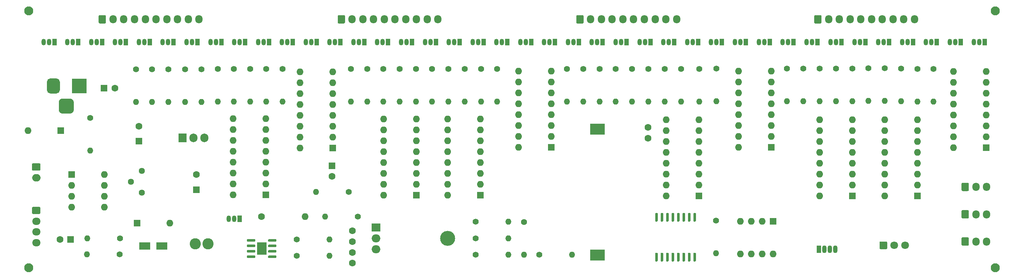
<source format=gbr>
%TF.GenerationSoftware,KiCad,Pcbnew,5.1.9+dfsg1-1+deb11u1*%
%TF.CreationDate,2023-01-26T22:17:51+08:00*%
%TF.ProjectId,OpenNixie,4f70656e-4e69-4786-9965-2e6b69636164,rev?*%
%TF.SameCoordinates,Original*%
%TF.FileFunction,Soldermask,Top*%
%TF.FilePolarity,Negative*%
%FSLAX46Y46*%
G04 Gerber Fmt 4.6, Leading zero omitted, Abs format (unit mm)*
G04 Created by KiCad (PCBNEW 5.1.9+dfsg1-1+deb11u1) date 2023-01-26 22:17:51*
%MOMM*%
%LPD*%
G01*
G04 APERTURE LIST*
%ADD10C,2.100000*%
%ADD11R,1.600000X1.600000*%
%ADD12O,1.600000X1.600000*%
%ADD13O,1.700000X1.950000*%
%ADD14O,1.950000X1.700000*%
%ADD15O,2.000000X1.700000*%
%ADD16C,1.600000*%
%ADD17O,3.500000X3.500000*%
%ADD18R,2.000000X1.905000*%
%ADD19O,2.000000X1.905000*%
%ADD20C,1.800000*%
%ADD21R,2.290000X3.000000*%
%ADD22R,1.905000X2.000000*%
%ADD23O,1.905000X2.000000*%
%ADD24C,1.440000*%
%ADD25O,1.400000X1.400000*%
%ADD26C,1.400000*%
%ADD27R,1.050000X1.500000*%
%ADD28O,1.050000X1.500000*%
%ADD29C,2.600000*%
%ADD30R,3.500000X3.500000*%
%ADD31O,1.070000X1.800000*%
%ADD32R,1.070000X1.800000*%
%ADD33R,2.500000X1.800000*%
%ADD34R,3.510000X2.540000*%
G04 APERTURE END LIST*
D10*
%TO.C,REF\u002A\u002A*%
X96900000Y-124400000D03*
%TD*%
%TO.C,REF\u002A\u002A*%
X96900000Y-184350000D03*
%TD*%
%TO.C,REF\u002A\u002A*%
X321900000Y-184350000D03*
%TD*%
%TO.C,REF\u002A\u002A*%
X321900000Y-124400000D03*
%TD*%
D11*
%TO.C,U14*%
X288650000Y-167600000D03*
D12*
X281030000Y-149820000D03*
X288650000Y-165060000D03*
X281030000Y-152360000D03*
X288650000Y-162520000D03*
X281030000Y-154900000D03*
X288650000Y-159980000D03*
X281030000Y-157440000D03*
X288650000Y-157440000D03*
X281030000Y-159980000D03*
X288650000Y-154900000D03*
X281030000Y-162520000D03*
X288650000Y-152360000D03*
X281030000Y-165060000D03*
X288650000Y-149820000D03*
X281030000Y-167600000D03*
%TD*%
D13*
%TO.C,J10*%
X303100000Y-126350000D03*
X300600000Y-126350000D03*
X298100000Y-126350000D03*
X295600000Y-126350000D03*
X293100000Y-126350000D03*
X290600000Y-126350000D03*
X288100000Y-126350000D03*
X285600000Y-126350000D03*
X283100000Y-126350000D03*
G36*
G01*
X279750000Y-127075000D02*
X279750000Y-125625000D01*
G75*
G02*
X280000000Y-125375000I250000J0D01*
G01*
X281200000Y-125375000D01*
G75*
G02*
X281450000Y-125625000I0J-250000D01*
G01*
X281450000Y-127075000D01*
G75*
G02*
X281200000Y-127325000I-250000J0D01*
G01*
X280000000Y-127325000D01*
G75*
G02*
X279750000Y-127075000I0J250000D01*
G01*
G37*
%TD*%
%TO.C,J9*%
X247700000Y-126350000D03*
X245200000Y-126350000D03*
X242700000Y-126350000D03*
X240200000Y-126350000D03*
X237700000Y-126350000D03*
X235200000Y-126350000D03*
X232700000Y-126350000D03*
X230200000Y-126350000D03*
X227700000Y-126350000D03*
G36*
G01*
X224350000Y-127075000D02*
X224350000Y-125625000D01*
G75*
G02*
X224600000Y-125375000I250000J0D01*
G01*
X225800000Y-125375000D01*
G75*
G02*
X226050000Y-125625000I0J-250000D01*
G01*
X226050000Y-127075000D01*
G75*
G02*
X225800000Y-127325000I-250000J0D01*
G01*
X224600000Y-127325000D01*
G75*
G02*
X224350000Y-127075000I0J250000D01*
G01*
G37*
%TD*%
%TO.C,J8*%
X192150000Y-126350000D03*
X189650000Y-126350000D03*
X187150000Y-126350000D03*
X184650000Y-126350000D03*
X182150000Y-126350000D03*
X179650000Y-126350000D03*
X177150000Y-126350000D03*
X174650000Y-126350000D03*
X172150000Y-126350000D03*
G36*
G01*
X168800000Y-127075000D02*
X168800000Y-125625000D01*
G75*
G02*
X169050000Y-125375000I250000J0D01*
G01*
X170250000Y-125375000D01*
G75*
G02*
X170500000Y-125625000I0J-250000D01*
G01*
X170500000Y-127075000D01*
G75*
G02*
X170250000Y-127325000I-250000J0D01*
G01*
X169050000Y-127325000D01*
G75*
G02*
X168800000Y-127075000I0J250000D01*
G01*
G37*
%TD*%
%TO.C,J7*%
X136500000Y-126350000D03*
X134000000Y-126350000D03*
X131500000Y-126350000D03*
X129000000Y-126350000D03*
X126500000Y-126350000D03*
X124000000Y-126350000D03*
X121500000Y-126350000D03*
X119000000Y-126350000D03*
X116500000Y-126350000D03*
G36*
G01*
X113150000Y-127075000D02*
X113150000Y-125625000D01*
G75*
G02*
X113400000Y-125375000I250000J0D01*
G01*
X114600000Y-125375000D01*
G75*
G02*
X114850000Y-125625000I0J-250000D01*
G01*
X114850000Y-127075000D01*
G75*
G02*
X114600000Y-127325000I-250000J0D01*
G01*
X113400000Y-127325000D01*
G75*
G02*
X113150000Y-127075000I0J250000D01*
G01*
G37*
%TD*%
%TO.C,J6*%
X319900000Y-178200000D03*
X317400000Y-178200000D03*
G36*
G01*
X314050000Y-178925000D02*
X314050000Y-177475000D01*
G75*
G02*
X314300000Y-177225000I250000J0D01*
G01*
X315500000Y-177225000D01*
G75*
G02*
X315750000Y-177475000I0J-250000D01*
G01*
X315750000Y-178925000D01*
G75*
G02*
X315500000Y-179175000I-250000J0D01*
G01*
X314300000Y-179175000D01*
G75*
G02*
X314050000Y-178925000I0J250000D01*
G01*
G37*
%TD*%
D14*
%TO.C,J5*%
X98600000Y-178450000D03*
X98600000Y-175950000D03*
X98600000Y-173450000D03*
G36*
G01*
X97875000Y-170100000D02*
X99325000Y-170100000D01*
G75*
G02*
X99575000Y-170350000I0J-250000D01*
G01*
X99575000Y-171550000D01*
G75*
G02*
X99325000Y-171800000I-250000J0D01*
G01*
X97875000Y-171800000D01*
G75*
G02*
X97625000Y-171550000I0J250000D01*
G01*
X97625000Y-170350000D01*
G75*
G02*
X97875000Y-170100000I250000J0D01*
G01*
G37*
%TD*%
D13*
%TO.C,J3*%
X319900000Y-165450000D03*
X317400000Y-165450000D03*
G36*
G01*
X314050000Y-166175000D02*
X314050000Y-164725000D01*
G75*
G02*
X314300000Y-164475000I250000J0D01*
G01*
X315500000Y-164475000D01*
G75*
G02*
X315750000Y-164725000I0J-250000D01*
G01*
X315750000Y-166175000D01*
G75*
G02*
X315500000Y-166425000I-250000J0D01*
G01*
X314300000Y-166425000D01*
G75*
G02*
X314050000Y-166175000I0J250000D01*
G01*
G37*
%TD*%
%TO.C,J2*%
X319900000Y-171850000D03*
X317400000Y-171850000D03*
G36*
G01*
X314050000Y-172575000D02*
X314050000Y-171125000D01*
G75*
G02*
X314300000Y-170875000I250000J0D01*
G01*
X315500000Y-170875000D01*
G75*
G02*
X315750000Y-171125000I0J-250000D01*
G01*
X315750000Y-172575000D01*
G75*
G02*
X315500000Y-172825000I-250000J0D01*
G01*
X314300000Y-172825000D01*
G75*
G02*
X314050000Y-172575000I0J250000D01*
G01*
G37*
%TD*%
D15*
%TO.C,J1*%
X98600000Y-163300000D03*
G36*
G01*
X97850000Y-159950000D02*
X99350000Y-159950000D01*
G75*
G02*
X99600000Y-160200000I0J-250000D01*
G01*
X99600000Y-161400000D01*
G75*
G02*
X99350000Y-161650000I-250000J0D01*
G01*
X97850000Y-161650000D01*
G75*
G02*
X97600000Y-161400000I0J250000D01*
G01*
X97600000Y-160200000D01*
G75*
G02*
X97850000Y-159950000I250000J0D01*
G01*
G37*
%TD*%
D16*
%TO.C,C6*%
X172250000Y-180750000D03*
X172250000Y-183250000D03*
%TD*%
D12*
%TO.C,U12*%
X262130000Y-156200000D03*
X269750000Y-138420000D03*
X262130000Y-153660000D03*
X269750000Y-140960000D03*
X262130000Y-151120000D03*
X269750000Y-143500000D03*
X262130000Y-148580000D03*
X269750000Y-146040000D03*
X262130000Y-146040000D03*
X269750000Y-148580000D03*
X262130000Y-143500000D03*
X269750000Y-151120000D03*
X262130000Y-140960000D03*
X269750000Y-153660000D03*
X262130000Y-138420000D03*
D11*
X269750000Y-156200000D03*
%TD*%
D12*
%TO.C,U7*%
X160030000Y-156350000D03*
X167650000Y-138570000D03*
X160030000Y-153810000D03*
X167650000Y-141110000D03*
X160030000Y-151270000D03*
X167650000Y-143650000D03*
X160030000Y-148730000D03*
X167650000Y-146190000D03*
X160030000Y-146190000D03*
X167650000Y-148730000D03*
X160030000Y-143650000D03*
X167650000Y-151270000D03*
X160030000Y-141110000D03*
X167650000Y-153810000D03*
X160030000Y-138570000D03*
D11*
X167650000Y-156350000D03*
%TD*%
D17*
%TO.C,Q2*%
X194360000Y-177490000D03*
D18*
X177700000Y-174950000D03*
D19*
X177700000Y-177490000D03*
X177700000Y-180030000D03*
%TD*%
D11*
%TO.C,U16*%
X303800000Y-167600000D03*
D12*
X296180000Y-149820000D03*
X303800000Y-165060000D03*
X296180000Y-152360000D03*
X303800000Y-162520000D03*
X296180000Y-154900000D03*
X303800000Y-159980000D03*
X296180000Y-157440000D03*
X303800000Y-157440000D03*
X296180000Y-159980000D03*
X303800000Y-154900000D03*
X296180000Y-162520000D03*
X303800000Y-152360000D03*
X296180000Y-165060000D03*
X303800000Y-149820000D03*
X296180000Y-167600000D03*
%TD*%
D11*
%TO.C,U15*%
X252900000Y-167550000D03*
D12*
X245280000Y-149770000D03*
X252900000Y-165010000D03*
X245280000Y-152310000D03*
X252900000Y-162470000D03*
X245280000Y-154850000D03*
X252900000Y-159930000D03*
X245280000Y-157390000D03*
X252900000Y-157390000D03*
X245280000Y-159930000D03*
X252900000Y-154850000D03*
X245280000Y-162470000D03*
X252900000Y-152310000D03*
X245280000Y-165010000D03*
X252900000Y-149770000D03*
X245280000Y-167550000D03*
%TD*%
%TO.C,U13*%
X312180000Y-156300000D03*
X319800000Y-138520000D03*
X312180000Y-153760000D03*
X319800000Y-141060000D03*
X312180000Y-151220000D03*
X319800000Y-143600000D03*
X312180000Y-148680000D03*
X319800000Y-146140000D03*
X312180000Y-146140000D03*
X319800000Y-148680000D03*
X312180000Y-143600000D03*
X319800000Y-151220000D03*
X312180000Y-141060000D03*
X319800000Y-153760000D03*
X312180000Y-138520000D03*
D11*
X319800000Y-156300000D03*
%TD*%
%TO.C,U11*%
X202050000Y-167400000D03*
D12*
X194430000Y-149620000D03*
X202050000Y-164860000D03*
X194430000Y-152160000D03*
X202050000Y-162320000D03*
X194430000Y-154700000D03*
X202050000Y-159780000D03*
X194430000Y-157240000D03*
X202050000Y-157240000D03*
X194430000Y-159780000D03*
X202050000Y-154700000D03*
X194430000Y-162320000D03*
X202050000Y-152160000D03*
X194430000Y-164860000D03*
X202050000Y-149620000D03*
X194430000Y-167400000D03*
%TD*%
D11*
%TO.C,U10*%
X152100000Y-167350000D03*
D12*
X144480000Y-149570000D03*
X152100000Y-164810000D03*
X144480000Y-152110000D03*
X152100000Y-162270000D03*
X144480000Y-154650000D03*
X152100000Y-159730000D03*
X144480000Y-157190000D03*
X152100000Y-157190000D03*
X144480000Y-159730000D03*
X152100000Y-154650000D03*
X144480000Y-162270000D03*
X152100000Y-152110000D03*
X144480000Y-164810000D03*
X152100000Y-149570000D03*
X144480000Y-167350000D03*
%TD*%
D11*
%TO.C,U9*%
X187100000Y-167400000D03*
D12*
X179480000Y-149620000D03*
X187100000Y-164860000D03*
X179480000Y-152160000D03*
X187100000Y-162320000D03*
X179480000Y-154700000D03*
X187100000Y-159780000D03*
X179480000Y-157240000D03*
X187100000Y-157240000D03*
X179480000Y-159780000D03*
X187100000Y-154700000D03*
X179480000Y-162320000D03*
X187100000Y-152160000D03*
X179480000Y-164860000D03*
X187100000Y-149620000D03*
X179480000Y-167400000D03*
%TD*%
%TO.C,U8*%
X210880000Y-156250000D03*
X218500000Y-138470000D03*
X210880000Y-153710000D03*
X218500000Y-141010000D03*
X210880000Y-151170000D03*
X218500000Y-143550000D03*
X210880000Y-148630000D03*
X218500000Y-146090000D03*
X210880000Y-146090000D03*
X218500000Y-148630000D03*
X210880000Y-143550000D03*
X218500000Y-151170000D03*
X210880000Y-141010000D03*
X218500000Y-153710000D03*
X210880000Y-138470000D03*
D11*
X218500000Y-156250000D03*
%TD*%
D20*
%TO.C,U6*%
X300930000Y-179100000D03*
X298390000Y-179100000D03*
G36*
G01*
X294950000Y-179751600D02*
X294950000Y-178448400D01*
G75*
G02*
X295198400Y-178200000I248400J0D01*
G01*
X296501600Y-178200000D01*
G75*
G02*
X296750000Y-178448400I0J-248400D01*
G01*
X296750000Y-179751600D01*
G75*
G02*
X296501600Y-180000000I-248400J0D01*
G01*
X295198400Y-180000000D01*
G75*
G02*
X294950000Y-179751600I0J248400D01*
G01*
G37*
%TD*%
D12*
%TO.C,U5*%
X270150000Y-181120000D03*
X262530000Y-173500000D03*
X267610000Y-181120000D03*
X265070000Y-173500000D03*
X265070000Y-181120000D03*
X267610000Y-173500000D03*
X262530000Y-181120000D03*
D11*
X270150000Y-173500000D03*
%TD*%
%TO.C,U4*%
G36*
G01*
X251745000Y-171525000D02*
X252045000Y-171525000D01*
G75*
G02*
X252195000Y-171675000I0J-150000D01*
G01*
X252195000Y-173425000D01*
G75*
G02*
X252045000Y-173575000I-150000J0D01*
G01*
X251745000Y-173575000D01*
G75*
G02*
X251595000Y-173425000I0J150000D01*
G01*
X251595000Y-171675000D01*
G75*
G02*
X251745000Y-171525000I150000J0D01*
G01*
G37*
G36*
G01*
X250475000Y-171525000D02*
X250775000Y-171525000D01*
G75*
G02*
X250925000Y-171675000I0J-150000D01*
G01*
X250925000Y-173425000D01*
G75*
G02*
X250775000Y-173575000I-150000J0D01*
G01*
X250475000Y-173575000D01*
G75*
G02*
X250325000Y-173425000I0J150000D01*
G01*
X250325000Y-171675000D01*
G75*
G02*
X250475000Y-171525000I150000J0D01*
G01*
G37*
G36*
G01*
X249205000Y-171525000D02*
X249505000Y-171525000D01*
G75*
G02*
X249655000Y-171675000I0J-150000D01*
G01*
X249655000Y-173425000D01*
G75*
G02*
X249505000Y-173575000I-150000J0D01*
G01*
X249205000Y-173575000D01*
G75*
G02*
X249055000Y-173425000I0J150000D01*
G01*
X249055000Y-171675000D01*
G75*
G02*
X249205000Y-171525000I150000J0D01*
G01*
G37*
G36*
G01*
X247935000Y-171525000D02*
X248235000Y-171525000D01*
G75*
G02*
X248385000Y-171675000I0J-150000D01*
G01*
X248385000Y-173425000D01*
G75*
G02*
X248235000Y-173575000I-150000J0D01*
G01*
X247935000Y-173575000D01*
G75*
G02*
X247785000Y-173425000I0J150000D01*
G01*
X247785000Y-171675000D01*
G75*
G02*
X247935000Y-171525000I150000J0D01*
G01*
G37*
G36*
G01*
X246665000Y-171525000D02*
X246965000Y-171525000D01*
G75*
G02*
X247115000Y-171675000I0J-150000D01*
G01*
X247115000Y-173425000D01*
G75*
G02*
X246965000Y-173575000I-150000J0D01*
G01*
X246665000Y-173575000D01*
G75*
G02*
X246515000Y-173425000I0J150000D01*
G01*
X246515000Y-171675000D01*
G75*
G02*
X246665000Y-171525000I150000J0D01*
G01*
G37*
G36*
G01*
X245395000Y-171525000D02*
X245695000Y-171525000D01*
G75*
G02*
X245845000Y-171675000I0J-150000D01*
G01*
X245845000Y-173425000D01*
G75*
G02*
X245695000Y-173575000I-150000J0D01*
G01*
X245395000Y-173575000D01*
G75*
G02*
X245245000Y-173425000I0J150000D01*
G01*
X245245000Y-171675000D01*
G75*
G02*
X245395000Y-171525000I150000J0D01*
G01*
G37*
G36*
G01*
X244125000Y-171525000D02*
X244425000Y-171525000D01*
G75*
G02*
X244575000Y-171675000I0J-150000D01*
G01*
X244575000Y-173425000D01*
G75*
G02*
X244425000Y-173575000I-150000J0D01*
G01*
X244125000Y-173575000D01*
G75*
G02*
X243975000Y-173425000I0J150000D01*
G01*
X243975000Y-171675000D01*
G75*
G02*
X244125000Y-171525000I150000J0D01*
G01*
G37*
G36*
G01*
X242855000Y-171525000D02*
X243155000Y-171525000D01*
G75*
G02*
X243305000Y-171675000I0J-150000D01*
G01*
X243305000Y-173425000D01*
G75*
G02*
X243155000Y-173575000I-150000J0D01*
G01*
X242855000Y-173575000D01*
G75*
G02*
X242705000Y-173425000I0J150000D01*
G01*
X242705000Y-171675000D01*
G75*
G02*
X242855000Y-171525000I150000J0D01*
G01*
G37*
G36*
G01*
X242855000Y-180825000D02*
X243155000Y-180825000D01*
G75*
G02*
X243305000Y-180975000I0J-150000D01*
G01*
X243305000Y-182725000D01*
G75*
G02*
X243155000Y-182875000I-150000J0D01*
G01*
X242855000Y-182875000D01*
G75*
G02*
X242705000Y-182725000I0J150000D01*
G01*
X242705000Y-180975000D01*
G75*
G02*
X242855000Y-180825000I150000J0D01*
G01*
G37*
G36*
G01*
X244125000Y-180825000D02*
X244425000Y-180825000D01*
G75*
G02*
X244575000Y-180975000I0J-150000D01*
G01*
X244575000Y-182725000D01*
G75*
G02*
X244425000Y-182875000I-150000J0D01*
G01*
X244125000Y-182875000D01*
G75*
G02*
X243975000Y-182725000I0J150000D01*
G01*
X243975000Y-180975000D01*
G75*
G02*
X244125000Y-180825000I150000J0D01*
G01*
G37*
G36*
G01*
X245395000Y-180825000D02*
X245695000Y-180825000D01*
G75*
G02*
X245845000Y-180975000I0J-150000D01*
G01*
X245845000Y-182725000D01*
G75*
G02*
X245695000Y-182875000I-150000J0D01*
G01*
X245395000Y-182875000D01*
G75*
G02*
X245245000Y-182725000I0J150000D01*
G01*
X245245000Y-180975000D01*
G75*
G02*
X245395000Y-180825000I150000J0D01*
G01*
G37*
G36*
G01*
X246665000Y-180825000D02*
X246965000Y-180825000D01*
G75*
G02*
X247115000Y-180975000I0J-150000D01*
G01*
X247115000Y-182725000D01*
G75*
G02*
X246965000Y-182875000I-150000J0D01*
G01*
X246665000Y-182875000D01*
G75*
G02*
X246515000Y-182725000I0J150000D01*
G01*
X246515000Y-180975000D01*
G75*
G02*
X246665000Y-180825000I150000J0D01*
G01*
G37*
G36*
G01*
X247935000Y-180825000D02*
X248235000Y-180825000D01*
G75*
G02*
X248385000Y-180975000I0J-150000D01*
G01*
X248385000Y-182725000D01*
G75*
G02*
X248235000Y-182875000I-150000J0D01*
G01*
X247935000Y-182875000D01*
G75*
G02*
X247785000Y-182725000I0J150000D01*
G01*
X247785000Y-180975000D01*
G75*
G02*
X247935000Y-180825000I150000J0D01*
G01*
G37*
G36*
G01*
X249205000Y-180825000D02*
X249505000Y-180825000D01*
G75*
G02*
X249655000Y-180975000I0J-150000D01*
G01*
X249655000Y-182725000D01*
G75*
G02*
X249505000Y-182875000I-150000J0D01*
G01*
X249205000Y-182875000D01*
G75*
G02*
X249055000Y-182725000I0J150000D01*
G01*
X249055000Y-180975000D01*
G75*
G02*
X249205000Y-180825000I150000J0D01*
G01*
G37*
G36*
G01*
X250475000Y-180825000D02*
X250775000Y-180825000D01*
G75*
G02*
X250925000Y-180975000I0J-150000D01*
G01*
X250925000Y-182725000D01*
G75*
G02*
X250775000Y-182875000I-150000J0D01*
G01*
X250475000Y-182875000D01*
G75*
G02*
X250325000Y-182725000I0J150000D01*
G01*
X250325000Y-180975000D01*
G75*
G02*
X250475000Y-180825000I150000J0D01*
G01*
G37*
G36*
G01*
X251745000Y-180825000D02*
X252045000Y-180825000D01*
G75*
G02*
X252195000Y-180975000I0J-150000D01*
G01*
X252195000Y-182725000D01*
G75*
G02*
X252045000Y-182875000I-150000J0D01*
G01*
X251745000Y-182875000D01*
G75*
G02*
X251595000Y-182725000I0J150000D01*
G01*
X251595000Y-180975000D01*
G75*
G02*
X251745000Y-180825000I150000J0D01*
G01*
G37*
%TD*%
%TO.C,U3*%
G36*
G01*
X147650000Y-178095000D02*
X147650000Y-177795000D01*
G75*
G02*
X147800000Y-177645000I150000J0D01*
G01*
X149450000Y-177645000D01*
G75*
G02*
X149600000Y-177795000I0J-150000D01*
G01*
X149600000Y-178095000D01*
G75*
G02*
X149450000Y-178245000I-150000J0D01*
G01*
X147800000Y-178245000D01*
G75*
G02*
X147650000Y-178095000I0J150000D01*
G01*
G37*
G36*
G01*
X147650000Y-179365000D02*
X147650000Y-179065000D01*
G75*
G02*
X147800000Y-178915000I150000J0D01*
G01*
X149450000Y-178915000D01*
G75*
G02*
X149600000Y-179065000I0J-150000D01*
G01*
X149600000Y-179365000D01*
G75*
G02*
X149450000Y-179515000I-150000J0D01*
G01*
X147800000Y-179515000D01*
G75*
G02*
X147650000Y-179365000I0J150000D01*
G01*
G37*
G36*
G01*
X147650000Y-180635000D02*
X147650000Y-180335000D01*
G75*
G02*
X147800000Y-180185000I150000J0D01*
G01*
X149450000Y-180185000D01*
G75*
G02*
X149600000Y-180335000I0J-150000D01*
G01*
X149600000Y-180635000D01*
G75*
G02*
X149450000Y-180785000I-150000J0D01*
G01*
X147800000Y-180785000D01*
G75*
G02*
X147650000Y-180635000I0J150000D01*
G01*
G37*
G36*
G01*
X147650000Y-181905000D02*
X147650000Y-181605000D01*
G75*
G02*
X147800000Y-181455000I150000J0D01*
G01*
X149450000Y-181455000D01*
G75*
G02*
X149600000Y-181605000I0J-150000D01*
G01*
X149600000Y-181905000D01*
G75*
G02*
X149450000Y-182055000I-150000J0D01*
G01*
X147800000Y-182055000D01*
G75*
G02*
X147650000Y-181905000I0J150000D01*
G01*
G37*
G36*
G01*
X152600000Y-181905000D02*
X152600000Y-181605000D01*
G75*
G02*
X152750000Y-181455000I150000J0D01*
G01*
X154400000Y-181455000D01*
G75*
G02*
X154550000Y-181605000I0J-150000D01*
G01*
X154550000Y-181905000D01*
G75*
G02*
X154400000Y-182055000I-150000J0D01*
G01*
X152750000Y-182055000D01*
G75*
G02*
X152600000Y-181905000I0J150000D01*
G01*
G37*
G36*
G01*
X152600000Y-180635000D02*
X152600000Y-180335000D01*
G75*
G02*
X152750000Y-180185000I150000J0D01*
G01*
X154400000Y-180185000D01*
G75*
G02*
X154550000Y-180335000I0J-150000D01*
G01*
X154550000Y-180635000D01*
G75*
G02*
X154400000Y-180785000I-150000J0D01*
G01*
X152750000Y-180785000D01*
G75*
G02*
X152600000Y-180635000I0J150000D01*
G01*
G37*
G36*
G01*
X152600000Y-179365000D02*
X152600000Y-179065000D01*
G75*
G02*
X152750000Y-178915000I150000J0D01*
G01*
X154400000Y-178915000D01*
G75*
G02*
X154550000Y-179065000I0J-150000D01*
G01*
X154550000Y-179365000D01*
G75*
G02*
X154400000Y-179515000I-150000J0D01*
G01*
X152750000Y-179515000D01*
G75*
G02*
X152600000Y-179365000I0J150000D01*
G01*
G37*
G36*
G01*
X152600000Y-178095000D02*
X152600000Y-177795000D01*
G75*
G02*
X152750000Y-177645000I150000J0D01*
G01*
X154400000Y-177645000D01*
G75*
G02*
X154550000Y-177795000I0J-150000D01*
G01*
X154550000Y-178095000D01*
G75*
G02*
X154400000Y-178245000I-150000J0D01*
G01*
X152750000Y-178245000D01*
G75*
G02*
X152600000Y-178095000I0J150000D01*
G01*
G37*
D21*
X151100000Y-179850000D03*
%TD*%
D11*
%TO.C,U2*%
X106850000Y-162600000D03*
D12*
X114470000Y-170220000D03*
X106850000Y-165140000D03*
X114470000Y-167680000D03*
X106850000Y-167680000D03*
X114470000Y-165140000D03*
X106850000Y-170220000D03*
X114470000Y-162600000D03*
%TD*%
D22*
%TO.C,U1*%
X132650000Y-154050000D03*
D23*
X135190000Y-154050000D03*
X137730000Y-154050000D03*
%TD*%
D12*
%TO.C,SW1*%
X96730000Y-152350000D03*
D11*
X104350000Y-152350000D03*
%TD*%
D24*
%TO.C,RV1*%
X123150000Y-161750000D03*
X120610000Y-164290000D03*
X123150000Y-166830000D03*
%TD*%
D25*
%TO.C,R54*%
X296150000Y-145420000D03*
D26*
X296150000Y-137800000D03*
%TD*%
D25*
%TO.C,R53*%
X244950000Y-145520000D03*
D26*
X244950000Y-137900000D03*
%TD*%
D25*
%TO.C,R52*%
X303750000Y-145520000D03*
D26*
X303750000Y-137900000D03*
%TD*%
D25*
%TO.C,R51*%
X307500000Y-145520000D03*
D26*
X307500000Y-137900000D03*
%TD*%
D25*
%TO.C,R50*%
X252950000Y-145570000D03*
D26*
X252950000Y-137950000D03*
%TD*%
D25*
%TO.C,R49*%
X256950000Y-145470000D03*
D26*
X256950000Y-137850000D03*
%TD*%
D25*
%TO.C,R48*%
X299950000Y-145470000D03*
D26*
X299950000Y-137850000D03*
%TD*%
D25*
%TO.C,R47*%
X248750000Y-145520000D03*
D26*
X248750000Y-137900000D03*
%TD*%
D25*
%TO.C,R46*%
X288600000Y-145470000D03*
D26*
X288600000Y-137850000D03*
%TD*%
D25*
%TO.C,R45*%
X237350000Y-145520000D03*
D26*
X237350000Y-137900000D03*
%TD*%
D25*
%TO.C,R44*%
X292350000Y-145420000D03*
D26*
X292350000Y-137800000D03*
%TD*%
D25*
%TO.C,R43*%
X241150000Y-145520000D03*
D26*
X241150000Y-137900000D03*
%TD*%
D25*
%TO.C,R42*%
X281000000Y-145470000D03*
D26*
X281000000Y-137850000D03*
%TD*%
D25*
%TO.C,R41*%
X229750000Y-145520000D03*
D26*
X229750000Y-137900000D03*
%TD*%
D25*
%TO.C,R40*%
X284800000Y-145470000D03*
D26*
X284800000Y-137850000D03*
%TD*%
D25*
%TO.C,R39*%
X233550000Y-145520000D03*
D26*
X233550000Y-137900000D03*
%TD*%
D25*
%TO.C,R38*%
X273350000Y-145470000D03*
D26*
X273350000Y-137850000D03*
%TD*%
D25*
%TO.C,R37*%
X222150000Y-145520000D03*
D26*
X222150000Y-137900000D03*
%TD*%
D25*
%TO.C,R36*%
X277200000Y-145470000D03*
D26*
X277200000Y-137850000D03*
%TD*%
D25*
%TO.C,R35*%
X225950000Y-145520000D03*
D26*
X225950000Y-137900000D03*
%TD*%
D25*
%TO.C,R34*%
X194550000Y-145520000D03*
D26*
X194550000Y-137900000D03*
%TD*%
D25*
%TO.C,R33*%
X144600000Y-145570000D03*
D26*
X144600000Y-137950000D03*
%TD*%
D25*
%TO.C,R32*%
X202150000Y-145520000D03*
D26*
X202150000Y-137900000D03*
%TD*%
D25*
%TO.C,R31*%
X205900000Y-145520000D03*
D26*
X205900000Y-137900000D03*
%TD*%
D25*
%TO.C,R30*%
X152150000Y-145570000D03*
D26*
X152150000Y-137950000D03*
%TD*%
D25*
%TO.C,R29*%
X155950000Y-145570000D03*
D26*
X155950000Y-137950000D03*
%TD*%
D25*
%TO.C,R28*%
X198350000Y-145520000D03*
D26*
X198350000Y-137900000D03*
%TD*%
D25*
%TO.C,R27*%
X148400000Y-145570000D03*
D26*
X148400000Y-137950000D03*
%TD*%
D25*
%TO.C,R26*%
X187000000Y-145520000D03*
D26*
X187000000Y-137900000D03*
%TD*%
D25*
%TO.C,R25*%
X137050000Y-145620000D03*
D26*
X137050000Y-138000000D03*
%TD*%
D25*
%TO.C,R24*%
X190750000Y-145520000D03*
D26*
X190750000Y-137900000D03*
%TD*%
D25*
%TO.C,R23*%
X140850000Y-145570000D03*
D26*
X140850000Y-137950000D03*
%TD*%
D25*
%TO.C,R22*%
X179400000Y-145520000D03*
D26*
X179400000Y-137900000D03*
%TD*%
D25*
%TO.C,R21*%
X129400000Y-145620000D03*
D26*
X129400000Y-138000000D03*
%TD*%
D25*
%TO.C,R20*%
X183200000Y-145520000D03*
D26*
X183200000Y-137900000D03*
%TD*%
D25*
%TO.C,R19*%
X133250000Y-145620000D03*
D26*
X133250000Y-138000000D03*
%TD*%
%TO.C,R18*%
X171900000Y-137900000D03*
D25*
X171900000Y-145520000D03*
%TD*%
%TO.C,R17*%
X121800000Y-145620000D03*
D26*
X121800000Y-138000000D03*
%TD*%
D25*
%TO.C,R16*%
X175650000Y-145520000D03*
D26*
X175650000Y-137900000D03*
%TD*%
D25*
%TO.C,R15*%
X125600000Y-145620000D03*
D26*
X125600000Y-138000000D03*
%TD*%
D12*
%TO.C,R14*%
X161210000Y-172400000D03*
D16*
X151050000Y-172400000D03*
%TD*%
D25*
%TO.C,R13*%
X256850000Y-180970000D03*
D26*
X256850000Y-173350000D03*
%TD*%
D25*
%TO.C,R12*%
X166920000Y-181550000D03*
D26*
X159300000Y-181550000D03*
%TD*%
D25*
%TO.C,R11*%
X166920000Y-177750000D03*
D26*
X159300000Y-177750000D03*
%TD*%
D25*
%TO.C,R10*%
X212200000Y-181250000D03*
D26*
X212200000Y-173630000D03*
%TD*%
D25*
%TO.C,R9*%
X208570000Y-173600000D03*
D26*
X200950000Y-173600000D03*
%TD*%
D25*
%TO.C,R8*%
X208570000Y-177450000D03*
D26*
X200950000Y-177450000D03*
%TD*%
D25*
%TO.C,R7*%
X208570000Y-181300000D03*
D26*
X200950000Y-181300000D03*
%TD*%
D25*
%TO.C,R6*%
X110480000Y-177500000D03*
D26*
X118100000Y-177500000D03*
%TD*%
D25*
%TO.C,R5*%
X110430000Y-181200000D03*
D26*
X118050000Y-181200000D03*
%TD*%
D25*
%TO.C,R4*%
X163780000Y-166600000D03*
D26*
X171400000Y-166600000D03*
%TD*%
%TO.C,R3*%
X173450000Y-172350000D03*
D25*
X165830000Y-172350000D03*
%TD*%
%TO.C,R2*%
X111200000Y-157020000D03*
D26*
X111200000Y-149400000D03*
%TD*%
D25*
%TO.C,R1*%
X223320000Y-181300000D03*
D26*
X215700000Y-181300000D03*
%TD*%
D27*
%TO.C,Q42*%
X319450000Y-131700000D03*
D28*
X316910000Y-131700000D03*
X318180000Y-131700000D03*
%TD*%
D27*
%TO.C,Q41*%
X263800000Y-131700000D03*
D28*
X261260000Y-131700000D03*
X262530000Y-131700000D03*
%TD*%
D27*
%TO.C,Q40*%
X313850000Y-131700000D03*
D28*
X311310000Y-131700000D03*
X312580000Y-131700000D03*
%TD*%
D27*
%TO.C,Q39*%
X258250000Y-131700000D03*
D28*
X255710000Y-131700000D03*
X256980000Y-131700000D03*
%TD*%
D27*
%TO.C,Q38*%
X302750000Y-131700000D03*
D28*
X300210000Y-131700000D03*
X301480000Y-131700000D03*
%TD*%
D27*
%TO.C,Q37*%
X247150000Y-131700000D03*
D28*
X244610000Y-131700000D03*
X245880000Y-131700000D03*
%TD*%
D27*
%TO.C,Q36*%
X308300000Y-131700000D03*
D28*
X305760000Y-131700000D03*
X307030000Y-131700000D03*
%TD*%
D27*
%TO.C,Q35*%
X252700000Y-131700000D03*
D28*
X250160000Y-131700000D03*
X251430000Y-131700000D03*
%TD*%
D27*
%TO.C,Q34*%
X291650000Y-131700000D03*
D28*
X289110000Y-131700000D03*
X290380000Y-131700000D03*
%TD*%
D27*
%TO.C,Q33*%
X236050000Y-131700000D03*
D28*
X233510000Y-131700000D03*
X234780000Y-131700000D03*
%TD*%
D27*
%TO.C,Q32*%
X297200000Y-131700000D03*
D28*
X294660000Y-131700000D03*
X295930000Y-131700000D03*
%TD*%
D27*
%TO.C,Q31*%
X241600000Y-131700000D03*
D28*
X239060000Y-131700000D03*
X240330000Y-131700000D03*
%TD*%
D27*
%TO.C,Q30*%
X280520000Y-131700000D03*
D28*
X277980000Y-131700000D03*
X279250000Y-131700000D03*
%TD*%
D27*
%TO.C,Q29*%
X224950000Y-131700000D03*
D28*
X222410000Y-131700000D03*
X223680000Y-131700000D03*
%TD*%
D27*
%TO.C,Q28*%
X286100000Y-131700000D03*
D28*
X283560000Y-131700000D03*
X284830000Y-131700000D03*
%TD*%
D27*
%TO.C,Q27*%
X230500000Y-131700000D03*
D28*
X227960000Y-131700000D03*
X229230000Y-131700000D03*
%TD*%
D27*
%TO.C,Q26*%
X269370000Y-131700000D03*
D28*
X266830000Y-131700000D03*
X268100000Y-131700000D03*
%TD*%
%TO.C,Q25*%
X212580000Y-131700000D03*
X211310000Y-131700000D03*
D27*
X213850000Y-131700000D03*
%TD*%
%TO.C,Q24*%
X274950000Y-131700000D03*
D28*
X272410000Y-131700000D03*
X273680000Y-131700000D03*
%TD*%
%TO.C,Q23*%
X218130000Y-131700000D03*
X216860000Y-131700000D03*
D27*
X219400000Y-131700000D03*
%TD*%
D28*
%TO.C,Q22*%
X207030000Y-131700000D03*
X205760000Y-131700000D03*
D27*
X208300000Y-131700000D03*
%TD*%
%TO.C,Q21*%
X152800000Y-131700000D03*
D28*
X150260000Y-131700000D03*
X151530000Y-131700000D03*
%TD*%
%TO.C,Q20*%
X201480000Y-131700000D03*
X200210000Y-131700000D03*
D27*
X202750000Y-131700000D03*
%TD*%
%TO.C,Q19*%
X147250000Y-131700000D03*
D28*
X144710000Y-131700000D03*
X145980000Y-131700000D03*
%TD*%
%TO.C,Q18*%
X190380000Y-131700000D03*
X189110000Y-131700000D03*
D27*
X191650000Y-131700000D03*
%TD*%
%TO.C,Q17*%
X136150000Y-131700000D03*
D28*
X133610000Y-131700000D03*
X134880000Y-131700000D03*
%TD*%
%TO.C,Q16*%
X195930000Y-131700000D03*
X194660000Y-131700000D03*
D27*
X197200000Y-131700000D03*
%TD*%
%TO.C,Q15*%
X141700000Y-131700000D03*
D28*
X139160000Y-131700000D03*
X140430000Y-131700000D03*
%TD*%
%TO.C,Q14*%
X179280000Y-131700000D03*
X178010000Y-131700000D03*
D27*
X180550000Y-131700000D03*
%TD*%
%TO.C,Q13*%
X125050000Y-131700000D03*
D28*
X122510000Y-131700000D03*
X123780000Y-131700000D03*
%TD*%
%TO.C,Q12*%
X184830000Y-131700000D03*
X183560000Y-131700000D03*
D27*
X186100000Y-131700000D03*
%TD*%
%TO.C,Q11*%
X130600000Y-131700000D03*
D28*
X128060000Y-131700000D03*
X129330000Y-131700000D03*
%TD*%
%TO.C,Q10*%
X168180000Y-131700000D03*
X166910000Y-131700000D03*
D27*
X169450000Y-131700000D03*
%TD*%
%TO.C,Q9*%
X113950000Y-131700000D03*
D28*
X111410000Y-131700000D03*
X112680000Y-131700000D03*
%TD*%
%TO.C,Q8*%
X173730000Y-131700000D03*
X172460000Y-131700000D03*
D27*
X175000000Y-131700000D03*
%TD*%
%TO.C,Q7*%
X119500000Y-131700000D03*
D28*
X116960000Y-131700000D03*
X118230000Y-131700000D03*
%TD*%
%TO.C,Q6*%
X157080000Y-131700000D03*
X155810000Y-131700000D03*
D27*
X158350000Y-131700000D03*
%TD*%
%TO.C,Q5*%
X102850000Y-131700000D03*
D28*
X100310000Y-131700000D03*
X101580000Y-131700000D03*
%TD*%
%TO.C,Q4*%
X162630000Y-131700000D03*
X161360000Y-131700000D03*
D27*
X163900000Y-131700000D03*
%TD*%
%TO.C,Q3*%
X108400000Y-131700000D03*
D28*
X105860000Y-131700000D03*
X107130000Y-131700000D03*
%TD*%
D27*
%TO.C,Q1*%
X146000000Y-172900000D03*
D28*
X143460000Y-172900000D03*
X144730000Y-172900000D03*
%TD*%
D29*
%TO.C,L1*%
X138600000Y-178750000D03*
X135600000Y-178750000D03*
%TD*%
D30*
%TO.C,J4*%
X108600000Y-141900000D03*
G36*
G01*
X101100000Y-142900000D02*
X101100000Y-140900000D01*
G75*
G02*
X101850000Y-140150000I750000J0D01*
G01*
X103350000Y-140150000D01*
G75*
G02*
X104100000Y-140900000I0J-750000D01*
G01*
X104100000Y-142900000D01*
G75*
G02*
X103350000Y-143650000I-750000J0D01*
G01*
X101850000Y-143650000D01*
G75*
G02*
X101100000Y-142900000I0J750000D01*
G01*
G37*
G36*
G01*
X103850000Y-147475000D02*
X103850000Y-145725000D01*
G75*
G02*
X104725000Y-144850000I875000J0D01*
G01*
X106475000Y-144850000D01*
G75*
G02*
X107350000Y-145725000I0J-875000D01*
G01*
X107350000Y-147475000D01*
G75*
G02*
X106475000Y-148350000I-875000J0D01*
G01*
X104725000Y-148350000D01*
G75*
G02*
X103850000Y-147475000I0J875000D01*
G01*
G37*
%TD*%
D31*
%TO.C,D3*%
X284660000Y-180000000D03*
X283390000Y-180000000D03*
X282120000Y-180000000D03*
D32*
X280850000Y-180000000D03*
%TD*%
D33*
%TO.C,D2*%
X127850000Y-179250000D03*
X123850000Y-179250000D03*
%TD*%
D11*
%TO.C,D1*%
X122050000Y-173900000D03*
D12*
X129670000Y-173900000D03*
%TD*%
D16*
%TO.C,C8*%
X172250000Y-178200000D03*
X172250000Y-175700000D03*
%TD*%
%TO.C,C7*%
X104100000Y-177750000D03*
D11*
X106600000Y-177750000D03*
%TD*%
D16*
%TO.C,C5*%
X122550000Y-151300000D03*
D11*
X122550000Y-154800000D03*
%TD*%
D16*
%TO.C,C4*%
X241050000Y-151600000D03*
X241050000Y-154100000D03*
%TD*%
%TO.C,C3*%
X135850000Y-162600000D03*
D11*
X135850000Y-166100000D03*
%TD*%
D16*
%TO.C,C2*%
X116900000Y-142450000D03*
D11*
X114400000Y-142450000D03*
%TD*%
D16*
%TO.C,C1*%
X167500000Y-163000000D03*
D11*
X167500000Y-160500000D03*
%TD*%
D34*
%TO.C,BT1*%
X229300000Y-181330000D03*
X229300000Y-151970000D03*
%TD*%
M02*

</source>
